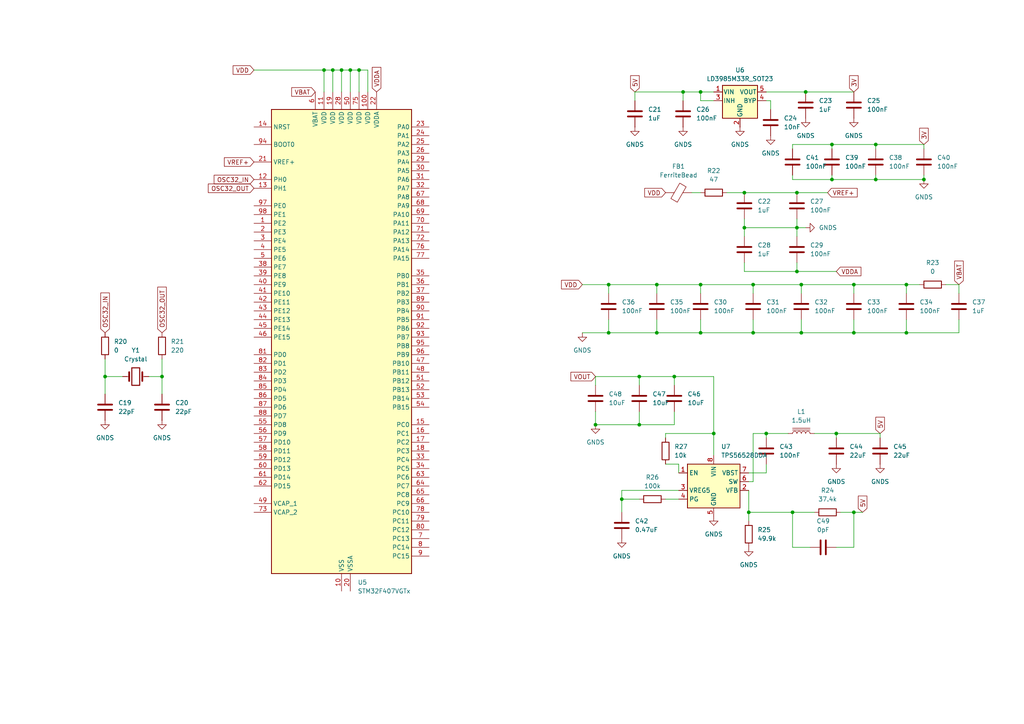
<source format=kicad_sch>
(kicad_sch (version 20250114) (generator "eeschema") (generator_version "9.0")
  (paper "A4")
  (lib_symbols
    (symbol "Device:C" (pin_numbers (hide yes)) (pin_names (offset 0.254))
      (property "Reference" "C" (at 0.635 2.54 0))
      (property "Value" "C" (at 0.635 -2.54 0))
      (symbol "C_0_1"
        (polyline (pts (xy -2.032 0.762) (xy 2.032 0.762)) (stroke (width 0.508)))
        (polyline (pts (xy -2.032 -0.762) (xy 2.032 -0.762)) (stroke (width 0.508)))
      )
      (symbol "C_1_1"
        (pin passive line (at 0 3.81 270) (length 2.794) (name "~") (number "1"))
        (pin passive line (at 0 -3.81 90) (length 2.794) (name "~") (number "2"))
      )
    )
    (symbol "Device:Crystal" (pin_numbers (hide yes)) (pin_names (offset 1.016) (hide yes))
      (property "Reference" "Y" (at 0 3.81 0))
      (property "Value" "Crystal" (at 0 -3.81 0))
      (symbol "Crystal_0_1"
        (polyline (pts (xy -2.54 0) (xy -1.905 0)))
        (polyline (pts (xy -1.905 -1.27) (xy -1.905 1.27)) (stroke (width 0.508)))
        (rectangle (start -1.143 2.54) (end 1.143 -2.54) (stroke (width 0.3048)))
        (polyline (pts (xy 1.905 -1.27) (xy 1.905 1.27)) (stroke (width 0.508)))
        (polyline (pts (xy 2.54 0) (xy 1.905 0)))
      )
      (symbol "Crystal_1_1"
        (pin passive line (at -3.81 0 0) (length 1.27) (name "1") (number "1"))
        (pin passive line (at 3.81 0 180) (length 1.27) (name "2") (number "2"))
      )
    )
    (symbol "Device:FerriteBead" (pin_numbers (hide yes)) (pin_names (offset 0))
      (property "Reference" "FB" (at -3.81 0.635 90))
      (property "Value" "FerriteBead" (at 3.81 0 90))
      (symbol "FerriteBead_0_1"
        (polyline (pts (xy -2.7686 0.4064) (xy -1.7018 2.2606) (xy 2.7686 -0.3048) (xy 1.6764 -2.159) (xy -2.7686 0.4064)))
        (polyline (pts (xy 0 1.27) (xy 0 1.2954)))
        (polyline (pts (xy 0 -1.27) (xy 0 -1.2192)))
      )
      (symbol "FerriteBead_1_1"
        (pin passive line (at 0 3.81 270) (length 2.54) (name "~") (number "1"))
        (pin passive line (at 0 -3.81 90) (length 2.54) (name "~") (number "2"))
      )
    )
    (symbol "Device:L_Iron" (pin_numbers (hide yes)) (pin_names (offset 1.016) (hide yes))
      (property "Reference" "L" (at -1.27 0 90))
      (property "Value" "L_Iron" (at 2.794 0 90))
      (symbol "L_Iron_0_1"
        (arc (start 0 2.54) (mid 0.6323 1.905) (end 0 1.27))
        (arc (start 0 1.27) (mid 0.6323 0.635) (end 0 0))
        (arc (start 0 0) (mid 0.6323 -0.635) (end 0 -1.27))
        (arc (start 0 -1.27) (mid 0.6323 -1.905) (end 0 -2.54))
        (polyline (pts (xy 1.016 2.54) (xy 1.016 -2.54)))
        (polyline (pts (xy 1.524 -2.54) (xy 1.524 2.54)))
      )
      (symbol "L_Iron_1_1"
        (pin passive line (at 0 3.81 270) (length 1.27) (name "1") (number "1"))
        (pin passive line (at 0 -3.81 90) (length 1.27) (name "2") (number "2"))
      )
    )
    (symbol "Device:R" (pin_numbers (hide yes)) (pin_names (offset 0))
      (property "Reference" "R" (at 2.032 0 90))
      (property "Value" "R" (at 0 0 90))
      (symbol "R_0_1"
        (rectangle (start -1.016 -2.54) (end 1.016 2.54) (stroke (width 0.254)))
      )
      (symbol "R_1_1"
        (pin passive line (at 0 3.81 270) (length 1.27) (name "~") (number "1"))
        (pin passive line (at 0 -3.81 90) (length 1.27) (name "~") (number "2"))
      )
    )
    (symbol "MCU_ST_STM32F4:STM32F407VGTx"
      (property "Reference" "U" (at -20.32 69.85 0))
      (property "Value" "STM32F407VGTx" (at 12.7 69.85 0))
      (symbol "STM32F407VGTx_0_1"
        (rectangle (start -20.32 -66.04) (end 20.32 68.58) (stroke (width 0.254)) (fill (type background)))
      )
      (symbol "STM32F407VGTx_1_1"
        (pin input line (at -25.4 63.5 0) (length 5.08) (name "NRST") (number "14"))
        (pin input line (at -25.4 58.42 0) (length 5.08) (name "BOOT0") (number "94"))
        (pin input line (at -25.4 53.34 0) (length 5.08) (name "VREF+") (number "21"))
        (pin bidirectional line (at -25.4 48.26 0) (length 5.08) (name "PH0") (number "12"))
        (pin bidirectional line (at -25.4 45.72 0) (length 5.08) (name "PH1") (number "13"))
        (pin bidirectional line (at -25.4 40.64 0) (length 5.08) (name "PE0") (number "97"))
        (pin bidirectional line (at -25.4 38.1 0) (length 5.08) (name "PE1") (number "98"))
        (pin bidirectional line (at -25.4 35.56 0) (length 5.08) (name "PE2") (number "1"))
        (pin bidirectional line (at -25.4 33.02 0) (length 5.08) (name "PE3") (number "2"))
        (pin bidirectional line (at -25.4 30.48 0) (length 5.08) (name "PE4") (number "3"))
        (pin bidirectional line (at -25.4 27.94 0) (length 5.08) (name "PE5") (number "4"))
        (pin bidirectional line (at -25.4 25.4 0) (length 5.08) (name "PE6") (number "5"))
        (pin bidirectional line (at -25.4 22.86 0) (length 5.08) (name "PE7") (number "38"))
        (pin bidirectional line (at -25.4 20.32 0) (length 5.08) (name "PE8") (number "39"))
        (pin bidirectional line (at -25.4 17.78 0) (length 5.08) (name "PE9") (number "40"))
        (pin bidirectional line (at -25.4 15.24 0) (length 5.08) (name "PE10") (number "41"))
        (pin bidirectional line (at -25.4 12.7 0) (length 5.08) (name "PE11") (number "42"))
        (pin bidirectional line (at -25.4 10.16 0) (length 5.08) (name "PE12") (number "43"))
        (pin bidirectional line (at -25.4 7.62 0) (length 5.08) (name "PE13") (number "44"))
        (pin bidirectional line (at -25.4 5.08 0) (length 5.08) (name "PE14") (number "45"))
        (pin bidirectional line (at -25.4 2.54 0) (length 5.08) (name "PE15") (number "46"))
        (pin bidirectional line (at -25.4 -2.54 0) (length 5.08) (name "PD0") (number "81"))
        (pin bidirectional line (at -25.4 -5.08 0) (length 5.08) (name "PD1") (number "82"))
        (pin bidirectional line (at -25.4 -7.62 0) (length 5.08) (name "PD2") (number "83"))
        (pin bidirectional line (at -25.4 -10.16 0) (length 5.08) (name "PD3") (number "84"))
        (pin bidirectional line (at -25.4 -12.7 0) (length 5.08) (name "PD4") (number "85"))
        (pin bidirectional line (at -25.4 -15.24 0) (length 5.08) (name "PD5") (number "86"))
        (pin bidirectional line (at -25.4 -17.78 0) (length 5.08) (name "PD6") (number "87"))
        (pin bidirectional line (at -25.4 -20.32 0) (length 5.08) (name "PD7") (number "88"))
        (pin bidirectional line (at -25.4 -22.86 0) (length 5.08) (name "PD8") (number "55"))
        (pin bidirectional line (at -25.4 -25.4 0) (length 5.08) (name "PD9") (number "56"))
        (pin bidirectional line (at -25.4 -27.94 0) (length 5.08) (name "PD10") (number "57"))
        (pin bidirectional line (at -25.4 -30.48 0) (length 5.08) (name "PD11") (number "58"))
        (pin bidirectional line (at -25.4 -33.02 0) (length 5.08) (name "PD12") (number "59"))
        (pin bidirectional line (at -25.4 -35.56 0) (length 5.08) (name "PD13") (number "60"))
        (pin bidirectional line (at -25.4 -38.1 0) (length 5.08) (name "PD14") (number "61"))
        (pin bidirectional line (at -25.4 -40.64 0) (length 5.08) (name "PD15") (number "62"))
        (pin power_out line (at -25.4 -45.72 0) (length 5.08) (name "VCAP_1") (number "49"))
        (pin power_out line (at -25.4 -48.26 0) (length 5.08) (name "VCAP_2") (number "73"))
        (pin power_in line (at -7.62 73.66 270) (length 5.08) (name "VBAT") (number "6"))
        (pin power_in line (at -5.08 73.66 270) (length 5.08) (name "VDD") (number "11"))
        (pin power_in line (at -2.54 73.66 270) (length 5.08) (name "VDD") (number "19"))
        (pin power_in line (at 0 73.66 270) (length 5.08) (name "VDD") (number "28"))
        (pin power_in line (at 0 -71.12 90) (length 5.08) (name "VSS") (number "10"))
        (pin passive line (at 0 -71.12 90) (length 5.08) (hide yes) (name "VSS") (number "27"))
        (pin passive line (at 0 -71.12 90) (length 5.08) (hide yes) (name "VSS") (number "74"))
        (pin passive line (at 0 -71.12 90) (length 5.08) (hide yes) (name "VSS") (number "99"))
        (pin power_in line (at 2.54 73.66 270) (length 5.08) (name "VDD") (number "50"))
        (pin power_in line (at 2.54 -71.12 90) (length 5.08) (name "VSSA") (number "20"))
        (pin power_in line (at 5.08 73.66 270) (length 5.08) (name "VDD") (number "75"))
        (pin power_in line (at 7.62 73.66 270) (length 5.08) (name "VDD") (number "100"))
        (pin power_in line (at 10.16 73.66 270) (length 5.08) (name "VDDA") (number "22"))
        (pin bidirectional line (at 25.4 63.5 180) (length 5.08) (name "PA0") (number "23"))
        (pin bidirectional line (at 25.4 60.96 180) (length 5.08) (name "PA1") (number "24"))
        (pin bidirectional line (at 25.4 58.42 180) (length 5.08) (name "PA2") (number "25"))
        (pin bidirectional line (at 25.4 55.88 180) (length 5.08) (name "PA3") (number "26"))
        (pin bidirectional line (at 25.4 53.34 180) (length 5.08) (name "PA4") (number "29"))
        (pin bidirectional line (at 25.4 50.8 180) (length 5.08) (name "PA5") (number "30"))
        (pin bidirectional line (at 25.4 48.26 180) (length 5.08) (name "PA6") (number "31"))
        (pin bidirectional line (at 25.4 45.72 180) (length 5.08) (name "PA7") (number "32"))
        (pin bidirectional line (at 25.4 43.18 180) (length 5.08) (name "PA8") (number "67"))
        (pin bidirectional line (at 25.4 40.64 180) (length 5.08) (name "PA9") (number "68"))
        (pin bidirectional line (at 25.4 38.1 180) (length 5.08) (name "PA10") (number "69"))
        (pin bidirectional line (at 25.4 35.56 180) (length 5.08) (name "PA11") (number "70"))
        (pin bidirectional line (at 25.4 33.02 180) (length 5.08) (name "PA12") (number "71"))
        (pin bidirectional line (at 25.4 30.48 180) (length 5.08) (name "PA13") (number "72"))
        (pin bidirectional line (at 25.4 27.94 180) (length 5.08) (name "PA14") (number "76"))
        (pin bidirectional line (at 25.4 25.4 180) (length 5.08) (name "PA15") (number "77"))
        (pin bidirectional line (at 25.4 20.32 180) (length 5.08) (name "PB0") (number "35"))
        (pin bidirectional line (at 25.4 17.78 180) (length 5.08) (name "PB1") (number "36"))
        (pin bidirectional line (at 25.4 15.24 180) (length 5.08) (name "PB2") (number "37"))
        (pin bidirectional line (at 25.4 12.7 180) (length 5.08) (name "PB3") (number "89"))
        (pin bidirectional line (at 25.4 10.16 180) (length 5.08) (name "PB4") (number "90"))
        (pin bidirectional line (at 25.4 7.62 180) (length 5.08) (name "PB5") (number "91"))
        (pin bidirectional line (at 25.4 5.08 180) (length 5.08) (name "PB6") (number "92"))
        (pin bidirectional line (at 25.4 2.54 180) (length 5.08) (name "PB7") (number "93"))
        (pin bidirectional line (at 25.4 0 180) (length 5.08) (name "PB8") (number "95"))
        (pin bidirectional line (at 25.4 -2.54 180) (length 5.08) (name "PB9") (number "96"))
        (pin bidirectional line (at 25.4 -5.08 180) (length 5.08) (name "PB10") (number "47"))
        (pin bidirectional line (at 25.4 -7.62 180) (length 5.08) (name "PB11") (number "48"))
        (pin bidirectional line (at 25.4 -10.16 180) (length 5.08) (name "PB12") (number "51"))
        (pin bidirectional line (at 25.4 -12.7 180) (length 5.08) (name "PB13") (number "52"))
        (pin bidirectional line (at 25.4 -15.24 180) (length 5.08) (name "PB14") (number "53"))
        (pin bidirectional line (at 25.4 -17.78 180) (length 5.08) (name "PB15") (number "54"))
        (pin bidirectional line (at 25.4 -22.86 180) (length 5.08) (name "PC0") (number "15"))
        (pin bidirectional line (at 25.4 -25.4 180) (length 5.08) (name "PC1") (number "16"))
        (pin bidirectional line (at 25.4 -27.94 180) (length 5.08) (name "PC2") (number "17"))
        (pin bidirectional line (at 25.4 -30.48 180) (length 5.08) (name "PC3") (number "18"))
        (pin bidirectional line (at 25.4 -33.02 180) (length 5.08) (name "PC4") (number "33"))
        (pin bidirectional line (at 25.4 -35.56 180) (length 5.08) (name "PC5") (number "34"))
        (pin bidirectional line (at 25.4 -38.1 180) (length 5.08) (name "PC6") (number "63"))
        (pin bidirectional line (at 25.4 -40.64 180) (length 5.08) (name "PC7") (number "64"))
        (pin bidirectional line (at 25.4 -43.18 180) (length 5.08) (name "PC8") (number "65"))
        (pin bidirectional line (at 25.4 -45.72 180) (length 5.08) (name "PC9") (number "66"))
        (pin bidirectional line (at 25.4 -48.26 180) (length 5.08) (name "PC10") (number "78"))
        (pin bidirectional line (at 25.4 -50.8 180) (length 5.08) (name "PC11") (number "79"))
        (pin bidirectional line (at 25.4 -53.34 180) (length 5.08) (name "PC12") (number "80"))
        (pin bidirectional line (at 25.4 -55.88 180) (length 5.08) (name "PC13") (number "7"))
        (pin bidirectional line (at 25.4 -58.42 180) (length 5.08) (name "PC14") (number "8"))
        (pin bidirectional line (at 25.4 -60.96 180) (length 5.08) (name "PC15") (number "9"))
      )
    )
    (symbol "Regulator_Linear:LD3985M33R_SOT23" (pin_names (offset 0.254))
      (property "Reference" "U" (at -3.81 5.715 0))
      (property "Value" "LD3985M33R_SOT23" (at 0 5.715 0))
      (symbol "LD3985M33R_SOT23_0_1"
        (rectangle (start -5.08 4.445) (end 5.08 -5.08) (stroke (width 0.254)) (fill (type background)))
      )
      (symbol "LD3985M33R_SOT23_1_1"
        (pin power_in line (at -7.62 2.54 0) (length 2.54) (name "VIN") (number "1"))
        (pin input line (at -7.62 0 0) (length 2.54) (name "INH") (number "3"))
        (pin power_in line (at 0 -7.62 90) (length 2.54) (name "GND") (number "2"))
        (pin power_out line (at 7.62 2.54 180) (length 2.54) (name "VOUT") (number "5"))
        (pin input line (at 7.62 0 180) (length 2.54) (name "BYP") (number "4"))
      )
    )
    (symbol "Regulator_Switching:TPS56528DDA"
      (property "Reference" "U" (at -7.62 6.35 0))
      (property "Value" "TPS56528DDA" (at 2.54 6.35 0))
      (symbol "TPS56528DDA_0_1"
        (rectangle (start -7.62 5.08) (end 7.62 -7.62) (stroke (width 0.254)) (fill (type background)))
      )
      (symbol "TPS56528DDA_1_0"
        (pin output line (at -10.16 -2.54 0) (length 2.54) (name "VREG5") (number "3"))
        (pin open_collector line (at -10.16 -5.08 0) (length 2.54) (name "PG") (number "4"))
        (pin passive line (at 0 -10.16 90) (length 2.54) (hide yes) (name "GND") (number "9"))
      )
      (symbol "TPS56528DDA_1_1"
        (pin input line (at -10.16 2.54 0) (length 2.54) (name "EN") (number "1"))
        (pin power_in line (at 0 7.62 270) (length 2.54) (name "VIN") (number "8"))
        (pin power_in line (at 0 -10.16 90) (length 2.54) (name "GND") (number "5"))
        (pin passive line (at 10.16 2.54 180) (length 2.54) (name "VBST") (number "7"))
        (pin output line (at 10.16 0 180) (length 2.54) (name "SW") (number "6"))
        (pin input line (at 10.16 -2.54 180) (length 2.54) (name "VFB") (number "2"))
      )
    )
    (symbol "power:GNDS" (power) (pin_numbers (hide yes)) (pin_names (offset 0) (hide yes))
      (property "Value" "GNDS" (at 0 -3.81 0))
      (symbol "GNDS_0_1"
        (polyline (pts (xy 0 0) (xy 0 -1.27) (xy 1.27 -1.27) (xy 0 -2.54) (xy -1.27 -1.27) (xy 0 -1.27)))
      )
      (symbol "GNDS_1_1"
        (pin power_in line (at 0 0 270) (length 0) (name "~") (number "1"))
      )
    )
  )
  (junction (at 231.14 55.88))
  (junction (at 190.5 96.52))
  (junction (at 229.87 148.59))
  (junction (at 198.12 26.67))
  (junction (at 172.72 123.19))
  (junction (at 241.3 52.07))
  (junction (at 247.65 82.55))
  (junction (at 99.06 20.32))
  (junction (at 30.48 109.22))
  (junction (at 203.2 96.52))
  (junction (at 232.41 96.52))
  (junction (at 207.01 125.73))
  (junction (at 215.9 55.88))
  (junction (at 96.52 20.32))
  (junction (at 218.44 82.55))
  (junction (at 46.99 109.22))
  (junction (at 231.14 66.04))
  (junction (at 215.9 66.04))
  (junction (at 262.89 82.55))
  (junction (at 176.53 96.52))
  (junction (at 190.5 82.55))
  (junction (at 233.68 26.67))
  (junction (at 185.42 109.22))
  (junction (at 254 52.07))
  (junction (at 93.98 20.32))
  (junction (at 203.2 26.67))
  (junction (at 222.25 125.73))
  (junction (at 176.53 82.55))
  (junction (at 203.2 82.55))
  (junction (at 101.6 20.32))
  (junction (at 254 41.91))
  (junction (at 104.14 20.32))
  (junction (at 232.41 82.55))
  (junction (at 262.89 96.52))
  (junction (at 185.42 123.19))
  (junction (at 267.97 52.07))
  (junction (at 180.34 144.78))
  (junction (at 241.3 41.91))
  (junction (at 247.65 96.52))
  (junction (at 195.58 109.22))
  (junction (at 218.44 96.52))
  (junction (at 231.14 78.74))
  (junction (at 217.17 148.59))
  (junction (at 242.57 125.73))
  (junction (at 247.65 148.59))
  (wire (pts (xy 207.01 132.08) (xy 207.01 125.73)))
  (wire (pts (xy 215.9 63.5) (xy 215.9 66.04)))
  (wire (pts (xy 240.03 55.88) (xy 231.14 55.88)))
  (wire (pts (xy 185.42 109.22) (xy 185.42 111.76)))
  (wire (pts (xy 262.89 82.55) (xy 262.89 85.09)))
  (wire (pts (xy 203.2 55.88) (xy 200.66 55.88)))
  (wire (pts (xy 99.06 20.32) (xy 96.52 20.32)))
  (wire (pts (xy 222.25 137.16) (xy 217.17 137.16)))
  (wire (pts (xy 184.15 26.67) (xy 198.12 26.67)))
  (wire (pts (xy 262.89 92.71) (xy 262.89 96.52)))
  (wire (pts (xy 232.41 96.52) (xy 247.65 96.52)))
  (wire (pts (xy 215.9 76.2) (xy 215.9 78.74)))
  (wire (pts (xy 195.58 119.38) (xy 195.58 123.19)))
  (wire (pts (xy 176.53 96.52) (xy 190.5 96.52)))
  (wire (pts (xy 104.14 26.67) (xy 104.14 20.32)))
  (wire (pts (xy 193.04 144.78) (xy 196.85 144.78)))
  (wire (pts (xy 222.25 134.62) (xy 222.25 137.16)))
  (wire (pts (xy 231.14 63.5) (xy 231.14 66.04)))
  (wire (pts (xy 247.65 158.75) (xy 247.65 148.59)))
  (wire (pts (xy 190.5 82.55) (xy 190.5 85.09)))
  (wire (pts (xy 274.32 82.55) (xy 278.13 82.55)))
  (wire (pts (xy 196.85 142.24) (xy 180.34 142.24)))
  (wire (pts (xy 203.2 29.21) (xy 207.01 29.21)))
  (wire (pts (xy 215.9 78.74) (xy 231.14 78.74)))
  (wire (pts (xy 217.17 148.59) (xy 217.17 151.13)))
  (wire (pts (xy 190.5 92.71) (xy 190.5 96.52)))
  (wire (pts (xy 278.13 82.55) (xy 278.13 85.09)))
  (wire (pts (xy 172.72 111.76) (xy 172.72 109.22)))
  (wire (pts (xy 247.65 92.71) (xy 247.65 96.52)))
  (wire (pts (xy 172.72 109.22) (xy 185.42 109.22)))
  (wire (pts (xy 46.99 109.22) (xy 46.99 114.3)))
  (wire (pts (xy 243.84 148.59) (xy 247.65 148.59)))
  (wire (pts (xy 229.87 41.91) (xy 241.3 41.91)))
  (wire (pts (xy 46.99 104.14) (xy 46.99 109.22)))
  (wire (pts (xy 229.87 158.75) (xy 229.87 148.59)))
  (wire (pts (xy 93.98 20.32) (xy 93.98 26.67)))
  (wire (pts (xy 228.6 125.73) (xy 222.25 125.73)))
  (wire (pts (xy 218.44 92.71) (xy 218.44 96.52)))
  (wire (pts (xy 176.53 82.55) (xy 176.53 85.09)))
  (wire (pts (xy 229.87 148.59) (xy 236.22 148.59)))
  (wire (pts (xy 215.9 66.04) (xy 215.9 68.58)))
  (wire (pts (xy 196.85 134.62) (xy 196.85 137.16)))
  (wire (pts (xy 247.65 148.59) (xy 250.19 148.59)))
  (wire (pts (xy 168.91 82.55) (xy 176.53 82.55)))
  (wire (pts (xy 247.65 85.09) (xy 247.65 82.55)))
  (wire (pts (xy 96.52 20.32) (xy 93.98 20.32)))
  (wire (pts (xy 223.52 31.75) (xy 223.52 29.21)))
  (wire (pts (xy 101.6 20.32) (xy 99.06 20.32)))
  (wire (pts (xy 168.91 96.52) (xy 176.53 96.52)))
  (wire (pts (xy 241.3 52.07) (xy 229.87 52.07)))
  (wire (pts (xy 172.72 123.19) (xy 172.72 119.38)))
  (wire (pts (xy 222.25 125.73) (xy 218.44 125.73)))
  (wire (pts (xy 106.68 20.32) (xy 104.14 20.32)))
  (wire (pts (xy 184.15 29.21) (xy 184.15 26.67)))
  (wire (pts (xy 234.95 158.75) (xy 229.87 158.75)))
  (wire (pts (xy 190.5 82.55) (xy 203.2 82.55)))
  (wire (pts (xy 30.48 114.3) (xy 30.48 109.22)))
  (wire (pts (xy 217.17 148.59) (xy 229.87 148.59)))
  (wire (pts (xy 229.87 43.18) (xy 229.87 41.91)))
  (wire (pts (xy 254 41.91) (xy 254 43.18)))
  (wire (pts (xy 203.2 92.71) (xy 203.2 96.52)))
  (wire (pts (xy 242.57 125.73) (xy 242.57 127)))
  (wire (pts (xy 232.41 82.55) (xy 247.65 82.55)))
  (wire (pts (xy 266.7 82.55) (xy 262.89 82.55)))
  (wire (pts (xy 203.2 82.55) (xy 203.2 85.09)))
  (wire (pts (xy 106.68 26.67) (xy 106.68 20.32)))
  (wire (pts (xy 278.13 96.52) (xy 262.89 96.52)))
  (wire (pts (xy 176.53 82.55) (xy 190.5 82.55)))
  (wire (pts (xy 210.82 55.88) (xy 215.9 55.88)))
  (wire (pts (xy 185.42 144.78) (xy 180.34 144.78)))
  (wire (pts (xy 190.5 96.52) (xy 203.2 96.52)))
  (wire (pts (xy 176.53 92.71) (xy 176.53 96.52)))
  (wire (pts (xy 30.48 104.14) (xy 30.48 109.22)))
  (wire (pts (xy 229.87 52.07) (xy 229.87 50.8)))
  (wire (pts (xy 215.9 55.88) (xy 231.14 55.88)))
  (wire (pts (xy 232.41 82.55) (xy 232.41 85.09)))
  (wire (pts (xy 218.44 125.73) (xy 218.44 139.7)))
  (wire (pts (xy 73.66 20.32) (xy 93.98 20.32)))
  (wire (pts (xy 218.44 96.52) (xy 232.41 96.52)))
  (wire (pts (xy 267.97 41.91) (xy 267.97 43.18)))
  (wire (pts (xy 267.97 52.07) (xy 254 52.07)))
  (wire (pts (xy 241.3 41.91) (xy 254 41.91)))
  (wire (pts (xy 96.52 26.67) (xy 96.52 20.32)))
  (wire (pts (xy 218.44 82.55) (xy 232.41 82.55)))
  (wire (pts (xy 254 50.8) (xy 254 52.07)))
  (wire (pts (xy 236.22 125.73) (xy 242.57 125.73)))
  (wire (pts (xy 241.3 50.8) (xy 241.3 52.07)))
  (wire (pts (xy 99.06 26.67) (xy 99.06 20.32)))
  (wire (pts (xy 185.42 123.19) (xy 172.72 123.19)))
  (wire (pts (xy 198.12 26.67) (xy 203.2 26.67)))
  (wire (pts (xy 267.97 50.8) (xy 267.97 52.07)))
  (wire (pts (xy 223.52 29.21) (xy 222.25 29.21)))
  (wire (pts (xy 203.2 29.21) (xy 203.2 26.67)))
  (wire (pts (xy 231.14 78.74) (xy 242.57 78.74)))
  (wire (pts (xy 233.68 66.04) (xy 231.14 66.04)))
  (wire (pts (xy 222.25 125.73) (xy 222.25 127)))
  (wire (pts (xy 242.57 125.73) (xy 255.27 125.73)))
  (wire (pts (xy 203.2 82.55) (xy 218.44 82.55)))
  (wire (pts (xy 185.42 119.38) (xy 185.42 123.19)))
  (wire (pts (xy 180.34 144.78) (xy 180.34 148.59)))
  (wire (pts (xy 247.65 96.52) (xy 262.89 96.52)))
  (wire (pts (xy 185.42 109.22) (xy 195.58 109.22)))
  (wire (pts (xy 207.01 125.73) (xy 207.01 109.22)))
  (wire (pts (xy 101.6 26.67) (xy 101.6 20.32)))
  (wire (pts (xy 242.57 158.75) (xy 247.65 158.75)))
  (wire (pts (xy 203.2 26.67) (xy 207.01 26.67)))
  (wire (pts (xy 233.68 26.67) (xy 247.65 26.67)))
  (wire (pts (xy 217.17 142.24) (xy 217.17 148.59)))
  (wire (pts (xy 218.44 82.55) (xy 218.44 85.09)))
  (wire (pts (xy 195.58 109.22) (xy 195.58 111.76)))
  (wire (pts (xy 104.14 20.32) (xy 101.6 20.32)))
  (wire (pts (xy 278.13 92.71) (xy 278.13 96.52)))
  (wire (pts (xy 43.18 109.22) (xy 46.99 109.22)))
  (wire (pts (xy 215.9 66.04) (xy 231.14 66.04)))
  (wire (pts (xy 254 52.07) (xy 241.3 52.07)))
  (wire (pts (xy 231.14 76.2) (xy 231.14 78.74)))
  (wire (pts (xy 193.04 125.73) (xy 207.01 125.73)))
  (wire (pts (xy 254 41.91) (xy 267.97 41.91)))
  (wire (pts (xy 232.41 92.71) (xy 232.41 96.52)))
  (wire (pts (xy 247.65 82.55) (xy 262.89 82.55)))
  (wire (pts (xy 255.27 125.73) (xy 255.27 127)))
  (wire (pts (xy 180.34 142.24) (xy 180.34 144.78)))
  (wire (pts (xy 218.44 139.7) (xy 217.17 139.7)))
  (wire (pts (xy 193.04 127) (xy 193.04 125.73)))
  (wire (pts (xy 203.2 96.52) (xy 218.44 96.52)))
  (wire (pts (xy 195.58 123.19) (xy 185.42 123.19)))
  (wire (pts (xy 241.3 41.91) (xy 241.3 43.18)))
  (wire (pts (xy 30.48 109.22) (xy 35.56 109.22)))
  (wire (pts (xy 198.12 26.67) (xy 198.12 29.21)))
  (wire (pts (xy 207.01 109.22) (xy 195.58 109.22)))
  (wire (pts (xy 231.14 66.04) (xy 231.14 68.58)))
  (wire (pts (xy 193.04 134.62) (xy 196.85 134.62)))
  (wire (pts (xy 222.25 26.67) (xy 233.68 26.67)))
  (global_label "OSC32_IN" (shape input) (at 73.66 52.07 180) (property "Intersheetrefs" "${INTERSHEET_REFS}" (effects (hide yes))))
  (global_label "5V" (shape input) (at 250.19 148.59 90) (property "Intersheetrefs" "${INTERSHEET_REFS}" (effects (hide yes))))
  (global_label "VREF+" (shape input) (at 240.03 55.88 0) (property "Intersheetrefs" "${INTERSHEET_REFS}" (effects (hide yes))))
  (global_label "VOUT" (shape input) (at 172.72 109.22 180) (property "Intersheetrefs" "${INTERSHEET_REFS}" (effects (hide yes))))
  (global_label "5V" (shape input) (at 255.27 125.73 90) (property "Intersheetrefs" "${INTERSHEET_REFS}" (effects (hide yes))))
  (global_label "VDDA" (shape input) (at 242.57 78.74 0) (property "Intersheetrefs" "${INTERSHEET_REFS}" (effects (hide yes))))
  (global_label "VBAT" (shape input) (at 278.13 82.55 90) (property "Intersheetrefs" "${INTERSHEET_REFS}" (effects (hide yes))))
  (global_label "VDD" (shape input) (at 73.66 20.32 180) (property "Intersheetrefs" "${INTERSHEET_REFS}" (effects (hide yes))))
  (global_label "3V" (shape input) (at 267.97 41.91 90) (property "Intersheetrefs" "${INTERSHEET_REFS}" (effects (hide yes))))
  (global_label "VDD" (shape input) (at 168.91 82.55 180) (property "Intersheetrefs" "${INTERSHEET_REFS}" (effects (hide yes))))
  (global_label "3V" (shape input) (at 247.65 26.67 90) (property "Intersheetrefs" "${INTERSHEET_REFS}" (effects (hide yes))))
  (global_label "OSC32_IN" (shape input) (at 30.48 96.52 90) (property "Intersheetrefs" "${INTERSHEET_REFS}" (effects (hide yes))))
  (global_label "VDD" (shape input) (at 193.04 55.88 180) (property "Intersheetrefs" "${INTERSHEET_REFS}" (effects (hide yes))))
  (global_label "OSC32_OUT" (shape input) (at 73.66 54.61 180) (property "Intersheetrefs" "${INTERSHEET_REFS}" (effects (hide yes))))
  (global_label "VREF+" (shape input) (at 73.66 46.99 180) (property "Intersheetrefs" "${INTERSHEET_REFS}" (effects (hide yes))))
  (global_label "VDDA" (shape input) (at 109.22 26.67 90) (property "Intersheetrefs" "${INTERSHEET_REFS}" (effects (hide yes))))
  (global_label "5V" (shape input) (at 184.15 26.67 90) (property "Intersheetrefs" "${INTERSHEET_REFS}" (effects (hide yes))))
  (global_label "OSC32_OUT" (shape input) (at 46.99 96.52 90) (property "Intersheetrefs" "${INTERSHEET_REFS}" (effects (hide yes))))
  (global_label "VBAT" (shape input) (at 91.44 26.67 180) (property "Intersheetrefs" "${INTERSHEET_REFS}" (effects (hide yes))))
  (symbol (lib_id "Device:R") (at 270.51 82.55 270) (unit 1)
    (property "Reference" "R23" (at 270.51 76.2 90))
    (property "Value" "0" (at 270.51 78.74 90))
    (property "Footprint" "Resistor_SMD:R_0805_2012Metric_Pad1.20x1.40mm_HandSolder" (effects (hide yes)))
    (property "Description" "Resistor" (effects (hide yes)))
  )
  (symbol (lib_id "Device:C") (at 241.3 46.99 0) (unit 1)
    (property "Reference" "C39" (at 245.11 45.7199 0) (effects (justify left)))
    (property "Value" "100nF" (at 245.11 48.2599 0) (effects (justify left)))
    (property "Footprint" "Capacitor_SMD:C_1206_3216Metric_Pad1.33x1.80mm_HandSolder" (effects (hide yes)))
    (property "Description" "Unpolarized capacitor" (effects (hide yes)))
  )
  (symbol (lib_id "Device:R") (at 207.01 55.88 90) (unit 1)
    (property "Reference" "R22" (at 207.01 49.53 90))
    (property "Value" "47" (at 207.01 52.07 90))
    (property "Footprint" "Resistor_SMD:R_0805_2012Metric_Pad1.20x1.40mm_HandSolder" (effects (hide yes)))
    (property "Description" "Resistor" (effects (hide yes)))
  )
  (symbol (lib_id "Device:C") (at 231.14 59.69 0) (unit 1)
    (property "Reference" "C27" (at 234.95 58.4199 0) (effects (justify left)))
    (property "Value" "100nF" (at 234.95 60.9599 0) (effects (justify left)))
    (property "Footprint" "Capacitor_SMD:C_1206_3216Metric_Pad1.33x1.80mm_HandSolder" (effects (hide yes)))
    (property "Description" "Unpolarized capacitor" (effects (hide yes)))
  )
  (symbol (lib_id "Device:C") (at 229.87 46.99 0) (unit 1)
    (property "Reference" "C41" (at 233.68 45.7199 0) (effects (justify left)))
    (property "Value" "100nF" (at 233.68 48.2599 0) (effects (justify left)))
    (property "Footprint" "Capacitor_SMD:C_1206_3216Metric_Pad1.33x1.80mm_HandSolder" (effects (hide yes)))
    (property "Description" "Unpolarized capacitor" (effects (hide yes)))
  )
  (symbol (lib_id "Device:C") (at 242.57 130.81 0) (unit 1)
    (property "Reference" "C44" (at 246.38 129.5399 0) (effects (justify left)))
    (property "Value" "22uF" (at 246.38 132.0799 0) (effects (justify left)))
    (property "Footprint" "Capacitor_SMD:C_1210_3225Metric_Pad1.33x2.70mm_HandSolder" (effects (hide yes)))
    (property "Description" "Unpolarized capacitor" (effects (hide yes)))
  )
  (symbol (lib_id "power:GNDS") (at 172.72 123.19 0) (unit 1)
    (property "Reference" "#PWR044" (effects (hide yes)))
    (property "Value" "GNDS" (at 172.72 128.27 0))
    (property "Description" "Power symbol creates a global label with name \"GNDS\" , signal ground" (effects (hide yes)))
  )
  (symbol (lib_id "Device:C") (at 30.48 118.11 0) (unit 1)
    (property "Reference" "C19" (at 34.29 116.8399 0) (effects (justify left)))
    (property "Value" "22pF" (at 34.29 119.3799 0) (effects (justify left)))
    (property "Footprint" "Capacitor_SMD:C_0805_2012Metric_Pad1.18x1.45mm_HandSolder" (effects (hide yes)))
    (property "Description" "Unpolarized capacitor" (effects (hide yes)))
  )
  (symbol (lib_id "Device:C") (at 233.68 30.48 0) (unit 1)
    (property "Reference" "C23" (at 237.49 29.2099 0) (effects (justify left)))
    (property "Value" "1uF" (at 237.49 31.7499 0) (effects (justify left)))
    (property "Footprint" "Capacitor_SMD:C_1206_3216Metric_Pad1.33x1.80mm_HandSolder" (effects (hide yes)))
    (property "Description" "Unpolarized capacitor" (effects (hide yes)))
  )
  (symbol (lib_id "Device:C") (at 172.72 115.57 0) (unit 1)
    (property "Reference" "C48" (at 176.53 114.2999 0) (effects (justify left)))
    (property "Value" "10uF" (at 176.53 116.8399 0) (effects (justify left)))
    (property "Footprint" "Capacitor_SMD:C_1210_3225Metric_Pad1.33x2.70mm_HandSolder" (effects (hide yes)))
    (property "Description" "Unpolarized capacitor" (effects (hide yes)))
  )
  (symbol (lib_id "Device:C") (at 184.15 33.02 0) (unit 1)
    (property "Reference" "C21" (at 187.96 31.7499 0) (effects (justify left)))
    (property "Value" "1uF" (at 187.96 34.2899 0) (effects (justify left)))
    (property "Footprint" "Capacitor_SMD:C_1206_3216Metric_Pad1.33x1.80mm_HandSolder" (effects (hide yes)))
    (property "Description" "Unpolarized capacitor" (effects (hide yes)))
  )
  (symbol (lib_id "MCU_ST_STM32F4:STM32F407VGTx") (at 99.06 100.33 0) (unit 1)
    (property "Reference" "U5" (at 103.7433 168.91 0) (effects (justify left)))
    (property "Value" "STM32F407VGTx" (at 103.7433 171.45 0) (effects (justify left)))
    (property "Footprint" "Package_QFP:LQFP-100_14x14mm_P0.5mm" (effects (hide yes)))
    (property "Datasheet" "https://www.st.com/resource/en/datasheet/stm32f407vg.pdf" (effects (hide yes)))
    (property "Description" "STMicroelectronics Arm Cortex-M4 MCU, 1024KB flash, 192KB RAM, 168 MHz, 1.8-3.6V, 82 GPIO, LQFP100" (effects (hide yes)))
  )
  (symbol (lib_id "Regulator_Linear:LD3985M33R_SOT23") (at 214.63 29.21 0) (unit 1)
    (property "Reference" "U6" (at 214.63 20.32 0))
    (property "Value" "LD3985M33R_SOT23" (at 214.63 22.86 0))
    (property "Footprint" "Package_TO_SOT_SMD:SOT-23-5" (effects (hide yes)))
    (property "Datasheet" "http://www.st.com/internet/com/TECHNICAL_RESOURCES/TECHNICAL_LITERATURE/DATASHEET/CD00003395.pdf" (effects (hide yes)))
    (property "Description" "150mA Low Dropout Voltage Regulator, Fixed Output 3.3V, SOT-23-5" (effects (hide yes)))
  )
  (symbol (lib_id "Device:C") (at 215.9 72.39 0) (unit 1)
    (property "Reference" "C28" (at 219.71 71.1199 0) (effects (justify left)))
    (property "Value" "1uF" (at 219.71 73.6599 0) (effects (justify left)))
    (property "Footprint" "Capacitor_SMD:C_1206_3216Metric_Pad1.33x1.80mm_HandSolder" (effects (hide yes)))
    (property "Description" "Unpolarized capacitor" (effects (hide yes)))
  )
  (symbol (lib_id "power:GNDS") (at 223.52 39.37 0) (unit 1)
    (property "Reference" "#PWR033" (effects (hide yes)))
    (property "Value" "GNDS" (at 223.52 44.45 0))
    (property "Description" "Power symbol creates a global label with name \"GNDS\" , signal ground" (effects (hide yes)))
  )
  (symbol (lib_id "power:GNDS") (at 198.12 36.83 0) (unit 1)
    (property "Reference" "#PWR031" (effects (hide yes)))
    (property "Value" "GNDS" (at 198.12 41.91 0))
    (property "Description" "Power symbol creates a global label with name \"GNDS\" , signal ground" (effects (hide yes)))
  )
  (symbol (lib_id "power:GNDS") (at 267.97 52.07 0) (unit 1)
    (property "Reference" "#PWR038" (effects (hide yes)))
    (property "Value" "GNDS" (at 267.97 57.15 0))
    (property "Description" "Power symbol creates a global label with name \"GNDS\" , signal ground" (effects (hide yes)))
  )
  (symbol (lib_id "Device:C") (at 262.89 88.9 0) (unit 1)
    (property "Reference" "C34" (at 266.7 87.6299 0) (effects (justify left)))
    (property "Value" "100nF" (at 266.7 90.1699 0) (effects (justify left)))
    (property "Footprint" "Capacitor_SMD:C_1206_3216Metric_Pad1.33x1.80mm_HandSolder" (effects (hide yes)))
    (property "Description" "Unpolarized capacitor" (effects (hide yes)))
  )
  (symbol (lib_id "power:GNDS") (at 46.99 121.92 0) (unit 1)
    (property "Reference" "#PWR029" (effects (hide yes)))
    (property "Value" "GNDS" (at 46.99 127 0))
    (property "Description" "Power symbol creates a global label with name \"GNDS\" , signal ground" (effects (hide yes)))
  )
  (symbol (lib_id "power:GNDS") (at 217.17 158.75 0) (unit 1)
    (property "Reference" "#PWR039" (effects (hide yes)))
    (property "Value" "GNDS" (at 217.17 163.83 0))
    (property "Description" "Power symbol creates a global label with name \"GNDS\" , signal ground" (effects (hide yes)))
  )
  (symbol (lib_id "Regulator_Switching:TPS56528DDA") (at 207.01 139.7 0) (unit 1)
    (property "Reference" "U7" (at 209.1533 129.54 0) (effects (justify left)))
    (property "Value" "TPS56528DDA" (at 209.1533 132.08 0) (effects (justify left)))
    (property "Footprint" "Package_SO:Texas_HSOP-8-1EP_3.9x4.9mm_P1.27mm_ThermalVias" (effects (hide yes)))
    (property "Datasheet" "https://www.ti.com/lit/ds/symlink/tps56528.pdf" (effects (hide yes)))
    (property "Description" "5A Synchronous Step-Down Voltage Regulator, Adjustable Output Voltage 0.6-7V, 4.5-18V Input Voltage, SO-8EP" (effects (hide yes)))
  )
  (symbol (lib_id "Device:R") (at 30.48 100.33 180) (unit 1)
    (property "Reference" "R20" (at 33.02 99.0599 0) (effects (justify right)))
    (property "Value" "0" (at 33.02 101.5999 0) (effects (justify right)))
    (property "Footprint" "Resistor_SMD:R_0805_2012Metric_Pad1.20x1.40mm_HandSolder" (effects (hide yes)))
    (property "Description" "Resistor" (effects (hide yes)))
  )
  (symbol (lib_id "Device:C") (at 238.76 158.75 90) (unit 1)
    (property "Reference" "C49" (at 238.76 151.13 90))
    (property "Value" "0pF" (at 238.76 153.67 90))
    (property "Footprint" "Capacitor_SMD:C_0805_2012Metric_Pad1.18x1.45mm_HandSolder" (effects (hide yes)))
    (property "Description" "Unpolarized capacitor" (effects (hide yes)))
  )
  (symbol (lib_id "Device:R") (at 189.23 144.78 270) (unit 1)
    (property "Reference" "R26" (at 189.23 138.43 90))
    (property "Value" "100k" (at 189.23 140.97 90))
    (property "Footprint" "Resistor_SMD:R_0805_2012Metric_Pad1.20x1.40mm_HandSolder" (effects (hide yes)))
    (property "Description" "Resistor" (effects (hide yes)))
  )
  (symbol (lib_id "power:GNDS") (at 184.15 36.83 0) (unit 1)
    (property "Reference" "#PWR030" (effects (hide yes)))
    (property "Value" "GNDS" (at 184.15 41.91 0))
    (property "Description" "Power symbol creates a global label with name \"GNDS\" , signal ground" (effects (hide yes)))
  )
  (symbol (lib_id "Device:C") (at 198.12 33.02 0) (unit 1)
    (property "Reference" "C26" (at 201.93 31.7499 0) (effects (justify left)))
    (property "Value" "100nF" (at 201.93 34.2899 0) (effects (justify left)))
    (property "Footprint" "Capacitor_SMD:C_1206_3216Metric_Pad1.33x1.80mm_HandSolder" (effects (hide yes)))
    (property "Description" "Unpolarized capacitor" (effects (hide yes)))
  )
  (symbol (lib_id "power:GNDS") (at 168.91 96.52 0) (unit 1)
    (property "Reference" "#PWR037" (effects (hide yes)))
    (property "Value" "GNDS" (at 168.91 101.6 0))
    (property "Description" "Power symbol creates a global label with name \"GNDS\" , signal ground" (effects (hide yes)))
  )
  (symbol (lib_id "Device:C") (at 232.41 88.9 0) (unit 1)
    (property "Reference" "C32" (at 236.22 87.6299 0) (effects (justify left)))
    (property "Value" "100nF" (at 236.22 90.1699 0) (effects (justify left)))
    (property "Footprint" "Capacitor_SMD:C_1206_3216Metric_Pad1.33x1.80mm_HandSolder" (effects (hide yes)))
    (property "Description" "Unpolarized capacitor" (effects (hide yes)))
  )
  (symbol (lib_id "Device:C") (at 247.65 30.48 0) (unit 1)
    (property "Reference" "C25" (at 251.46 29.2099 0) (effects (justify left)))
    (property "Value" "100nF" (at 251.46 31.7499 0) (effects (justify left)))
    (property "Footprint" "Capacitor_SMD:C_1206_3216Metric_Pad1.33x1.80mm_HandSolder" (effects (hide yes)))
    (property "Description" "Unpolarized capacitor" (effects (hide yes)))
  )
  (symbol (lib_id "Device:C") (at 254 46.99 0) (unit 1)
    (property "Reference" "C38" (at 257.81 45.7199 0) (effects (justify left)))
    (property "Value" "100nF" (at 257.81 48.2599 0) (effects (justify left)))
    (property "Footprint" "Capacitor_SMD:C_1206_3216Metric_Pad1.33x1.80mm_HandSolder" (effects (hide yes)))
    (property "Description" "Unpolarized capacitor" (effects (hide yes)))
  )
  (symbol (lib_id "Device:R") (at 193.04 130.81 180) (unit 1)
    (property "Reference" "R27" (at 195.58 129.5399 0) (effects (justify right)))
    (property "Value" "10k" (at 195.58 132.0799 0) (effects (justify right)))
    (property "Footprint" "Resistor_SMD:R_0805_2012Metric_Pad1.20x1.40mm_HandSolder" (effects (hide yes)))
    (property "Description" "Resistor" (effects (hide yes)))
  )
  (symbol (lib_id "power:GNDS") (at 242.57 134.62 0) (unit 1)
    (property "Reference" "#PWR040" (effects (hide yes)))
    (property "Value" "GNDS" (at 242.57 139.7 0))
    (property "Description" "Power symbol creates a global label with name \"GNDS\" , signal ground" (effects (hide yes)))
  )
  (symbol (lib_id "Device:R") (at 46.99 100.33 0) (unit 1)
    (property "Reference" "R21" (at 49.53 99.0599 0) (effects (justify left)))
    (property "Value" "220" (at 49.53 101.5999 0) (effects (justify left)))
    (property "Footprint" "Resistor_SMD:R_0805_2012Metric_Pad1.20x1.40mm_HandSolder" (effects (hide yes)))
    (property "Description" "Resistor" (effects (hide yes)))
  )
  (symbol (lib_id "Device:C") (at 180.34 152.4 0) (unit 1)
    (property "Reference" "C42" (at 184.15 151.1299 0) (effects (justify left)))
    (property "Value" "0.47uF" (at 184.15 153.6699 0) (effects (justify left)))
    (property "Footprint" "Capacitor_SMD:C_1206_3216Metric_Pad1.33x1.80mm_HandSolder" (effects (hide yes)))
    (property "Description" "Unpolarized capacitor" (effects (hide yes)))
  )
  (symbol (lib_id "power:GNDS") (at 180.34 156.21 0) (unit 1)
    (property "Reference" "#PWR042" (effects (hide yes)))
    (property "Value" "GNDS" (at 180.34 161.29 0))
    (property "Description" "Power symbol creates a global label with name \"GNDS\" , signal ground" (effects (hide yes)))
  )
  (symbol (lib_id "Device:C") (at 203.2 88.9 0) (unit 1)
    (property "Reference" "C30" (at 207.01 87.6299 0) (effects (justify left)))
    (property "Value" "100nF" (at 207.01 90.1699 0) (effects (justify left)))
    (property "Footprint" "Capacitor_SMD:C_1206_3216Metric_Pad1.33x1.80mm_HandSolder" (effects (hide yes)))
    (property "Description" "Unpolarized capacitor" (effects (hide yes)))
  )
  (symbol (lib_id "Device:C") (at 223.52 35.56 0) (unit 1)
    (property "Reference" "C24" (at 227.33 34.2899 0) (effects (justify left)))
    (property "Value" "10nF" (at 227.33 36.8299 0) (effects (justify left)))
    (property "Footprint" "Capacitor_SMD:C_1206_3216Metric_Pad1.33x1.80mm_HandSolder" (effects (hide yes)))
    (property "Description" "Unpolarized capacitor" (effects (hide yes)))
  )
  (symbol (lib_id "Device:C") (at 215.9 59.69 0) (unit 1)
    (property "Reference" "C22" (at 219.71 58.4199 0) (effects (justify left)))
    (property "Value" "1uF" (at 219.71 60.9599 0) (effects (justify left)))
    (property "Footprint" "Capacitor_SMD:C_1206_3216Metric_Pad1.33x1.80mm_HandSolder" (effects (hide yes)))
    (property "Description" "Unpolarized capacitor" (effects (hide yes)))
  )
  (symbol (lib_id "power:GNDS") (at 255.27 134.62 0) (unit 1)
    (property "Reference" "#PWR041" (effects (hide yes)))
    (property "Value" "GNDS" (at 255.27 139.7 0))
    (property "Description" "Power symbol creates a global label with name \"GNDS\" , signal ground" (effects (hide yes)))
  )
  (symbol (lib_id "Device:C") (at 247.65 88.9 0) (unit 1)
    (property "Reference" "C33" (at 251.46 87.6299 0) (effects (justify left)))
    (property "Value" "100nF" (at 251.46 90.1699 0) (effects (justify left)))
    (property "Footprint" "Capacitor_SMD:C_1206_3216Metric_Pad1.33x1.80mm_HandSolder" (effects (hide yes)))
    (property "Description" "Unpolarized capacitor" (effects (hide yes)))
  )
  (symbol (lib_id "power:GNDS") (at 247.65 34.29 0) (unit 1)
    (property "Reference" "#PWR035" (effects (hide yes)))
    (property "Value" "GNDS" (at 247.65 39.37 0))
    (property "Description" "Power symbol creates a global label with name \"GNDS\" , signal ground" (effects (hide yes)))
  )
  (symbol (lib_id "Device:C") (at 222.25 130.81 180) (unit 1)
    (property "Reference" "C43" (at 226.06 129.5399 0) (effects (justify right)))
    (property "Value" "100nF" (at 226.06 132.0799 0) (effects (justify right)))
    (property "Footprint" "Capacitor_SMD:C_1206_3216Metric_Pad1.33x1.80mm_HandSolder" (effects (hide yes)))
    (property "Description" "Unpolarized capacitor" (effects (hide yes)))
  )
  (symbol (lib_id "Device:C") (at 255.27 130.81 0) (unit 1)
    (property "Reference" "C45" (at 259.08 129.5399 0) (effects (justify left)))
    (property "Value" "22uF" (at 259.08 132.0799 0) (effects (justify left)))
    (property "Footprint" "Capacitor_SMD:C_1210_3225Metric_Pad1.33x2.70mm_HandSolder" (effects (hide yes)))
    (property "Description" "Unpolarized capacitor" (effects (hide yes)))
  )
  (symbol (lib_id "Device:C") (at 176.53 88.9 0) (unit 1)
    (property "Reference" "C36" (at 180.34 87.6299 0) (effects (justify left)))
    (property "Value" "100nF" (at 180.34 90.1699 0) (effects (justify left)))
    (property "Footprint" "Capacitor_SMD:C_1206_3216Metric_Pad1.33x1.80mm_HandSolder" (effects (hide yes)))
    (property "Description" "Unpolarized capacitor" (effects (hide yes)))
  )
  (symbol (lib_id "Device:FerriteBead") (at 196.85 55.88 90) (unit 1)
    (property "Reference" "FB1" (at 196.7992 48.26 90))
    (property "Value" "FerriteBead" (at 196.7992 50.8 90))
    (property "Footprint" "Inductor_SMD:L_0805_2012Metric_Pad1.05x1.20mm_HandSolder" (effects (hide yes)))
    (property "Description" "Ferrite bead" (effects (hide yes)))
  )
  (symbol (lib_id "Device:C") (at 278.13 88.9 0) (unit 1)
    (property "Reference" "C37" (at 281.94 87.6299 0) (effects (justify left)))
    (property "Value" "1uF" (at 281.94 90.1699 0) (effects (justify left)))
    (property "Footprint" "Capacitor_SMD:C_1206_3216Metric_Pad1.33x1.80mm_HandSolder" (effects (hide yes)))
    (property "Description" "Unpolarized capacitor" (effects (hide yes)))
  )
  (symbol (lib_id "Device:C") (at 231.14 72.39 0) (unit 1)
    (property "Reference" "C29" (at 234.95 71.1199 0) (effects (justify left)))
    (property "Value" "100nF" (at 234.95 73.6599 0) (effects (justify left)))
    (property "Footprint" "Capacitor_SMD:C_1206_3216Metric_Pad1.33x1.80mm_HandSolder" (effects (hide yes)))
    (property "Description" "Unpolarized capacitor" (effects (hide yes)))
  )
  (symbol (lib_id "Device:Crystal") (at 39.37 109.22 0) (unit 1)
    (property "Reference" "Y1" (at 39.37 101.6 0))
    (property "Value" "Crystal" (at 39.37 104.14 0))
    (property "Footprint" "Crystal:Crystal_HC49-4H_Vertical" (effects (hide yes)))
    (property "Description" "Two pin crystal" (effects (hide yes)))
  )
  (symbol (lib_id "Device:C") (at 218.44 88.9 0) (unit 1)
    (property "Reference" "C31" (at 222.25 87.6299 0) (effects (justify left)))
    (property "Value" "100nF" (at 222.25 90.1699 0) (effects (justify left)))
    (property "Footprint" "Capacitor_SMD:C_1206_3216Metric_Pad1.33x1.80mm_HandSolder" (effects (hide yes)))
    (property "Description" "Unpolarized capacitor" (effects (hide yes)))
  )
  (symbol (lib_id "power:GNDS") (at 233.68 34.29 0) (unit 1)
    (property "Reference" "#PWR034" (effects (hide yes)))
    (property "Value" "GNDS" (at 233.68 39.37 0))
    (property "Description" "Power symbol creates a global label with name \"GNDS\" , signal ground" (effects (hide yes)))
  )
  (symbol (lib_id "power:GNDS") (at 214.63 36.83 0) (unit 1)
    (property "Reference" "#PWR032" (effects (hide yes)))
    (property "Value" "GNDS" (at 214.63 41.91 0))
    (property "Description" "Power symbol creates a global label with name \"GNDS\" , signal ground" (effects (hide yes)))
  )
  (symbol (lib_id "Device:C") (at 46.99 118.11 0) (unit 1)
    (property "Reference" "C20" (at 50.8 116.8399 0) (effects (justify left)))
    (property "Value" "22pF" (at 50.8 119.3799 0) (effects (justify left)))
    (property "Footprint" "Capacitor_SMD:C_0805_2012Metric_Pad1.18x1.45mm_HandSolder" (effects (hide yes)))
    (property "Description" "Unpolarized capacitor" (effects (hide yes)))
  )
  (symbol (lib_id "power:GNDS") (at 233.68 66.04 90) (unit 1)
    (property "Reference" "#PWR036" (effects (hide yes)))
    (property "Value" "GNDS" (at 237.49 66.0399 90) (effects (justify right)))
    (property "Description" "Power symbol creates a global label with name \"GNDS\" , signal ground" (effects (hide yes)))
  )
  (symbol (lib_id "power:GNDS") (at 30.48 121.92 0) (unit 1)
    (property "Reference" "#PWR028" (effects (hide yes)))
    (property "Value" "GNDS" (at 30.48 127 0))
    (property "Description" "Power symbol creates a global label with name \"GNDS\" , signal ground" (effects (hide yes)))
  )
  (symbol (lib_id "Device:C") (at 195.58 115.57 0) (unit 1)
    (property "Reference" "C46" (at 199.39 114.2999 0) (effects (justify left)))
    (property "Value" "10uF" (at 199.39 116.8399 0) (effects (justify left)))
    (property "Footprint" "Capacitor_SMD:C_1210_3225Metric_Pad1.33x2.70mm_HandSolder" (effects (hide yes)))
    (property "Description" "Unpolarized capacitor" (effects (hide yes)))
  )
  (symbol (lib_id "Device:L_Iron") (at 232.41 125.73 90) (unit 1)
    (property "Reference" "L1" (at 232.41 119.38 90))
    (property "Value" "1.5uH" (at 232.41 121.92 90))
    (property "Footprint" "Inductor_SMD:L_2512_6332Metric_Pad1.52x3.35mm_HandSolder" (effects (hide yes)))
    (property "Description" "Inductor with iron core" (effects (hide yes)))
  )
  (symbol (lib_id "Device:C") (at 190.5 88.9 0) (unit 1)
    (property "Reference" "C35" (at 194.31 87.6299 0) (effects (justify left)))
    (property "Value" "100nF" (at 194.31 90.1699 0) (effects (justify left)))
    (property "Footprint" "Capacitor_SMD:C_1206_3216Metric_Pad1.33x1.80mm_HandSolder" (effects (hide yes)))
    (property "Description" "Unpolarized capacitor" (effects (hide yes)))
  )
  (symbol (lib_id "Device:C") (at 185.42 115.57 0) (unit 1)
    (property "Reference" "C47" (at 189.23 114.2999 0) (effects (justify left)))
    (property "Value" "10uF" (at 189.23 116.8399 0) (effects (justify left)))
    (property "Footprint" "Capacitor_SMD:C_1210_3225Metric_Pad1.33x2.70mm_HandSolder" (effects (hide yes)))
    (property "Description" "Unpolarized capacitor" (effects (hide yes)))
  )
  (symbol (lib_id "Device:R") (at 217.17 154.94 0) (unit 1)
    (property "Reference" "R25" (at 219.71 153.6699 0) (effects (justify left)))
    (property "Value" "49.9k" (at 219.71 156.2099 0) (effects (justify left)))
    (property "Footprint" "Resistor_SMD:R_0805_2012Metric_Pad1.20x1.40mm_HandSolder" (effects (hide yes)))
    (property "Description" "Resistor" (effects (hide yes)))
  )
  (symbol (lib_id "Device:R") (at 240.03 148.59 90) (unit 1)
    (property "Reference" "R24" (at 240.03 142.24 90))
    (property "Value" "37.4k" (at 240.03 144.78 90))
    (property "Footprint" "Resistor_SMD:R_0805_2012Metric_Pad1.20x1.40mm_HandSolder" (effects (hide yes)))
    (property "Description" "Resistor" (effects (hide yes)))
  )
  (symbol (lib_id "Device:C") (at 267.97 46.99 0) (unit 1)
    (property "Reference" "C40" (at 271.78 45.7199 0) (effects (justify left)))
    (property "Value" "100nF" (at 271.78 48.2599 0) (effects (justify left)))
    (property "Footprint" "Capacitor_SMD:C_1206_3216Metric_Pad1.33x1.80mm_HandSolder" (effects (hide yes)))
    (property "Description" "Unpolarized capacitor" (effects (hide yes)))
  )
  (symbol (lib_id "power:GNDS") (at 207.01 149.86 0) (unit 1)
    (property "Reference" "#PWR043" (effects (hide yes)))
    (property "Value" "GNDS" (at 207.01 154.94 0))
    (property "Description" "Power symbol creates a global label with name \"GNDS\" , signal ground" (effects (hide yes)))
  )
)
</source>
